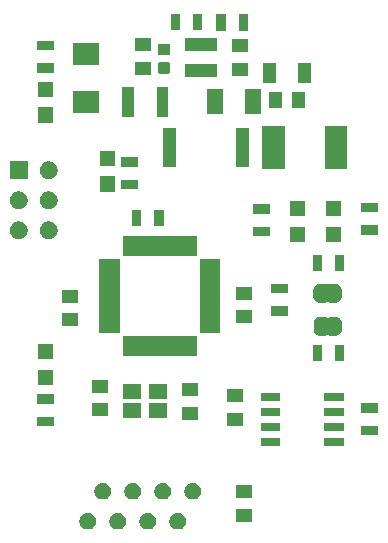
<source format=gbr>
G04 #@! TF.GenerationSoftware,KiCad,Pcbnew,5.1.4*
G04 #@! TF.CreationDate,2019-11-21T14:31:12-05:00*
G04 #@! TF.ProjectId,wheel_speed,77686565-6c5f-4737-9065-65642e6b6963,rev?*
G04 #@! TF.SameCoordinates,Original*
G04 #@! TF.FileFunction,Soldermask,Top*
G04 #@! TF.FilePolarity,Negative*
%FSLAX46Y46*%
G04 Gerber Fmt 4.6, Leading zero omitted, Abs format (unit mm)*
G04 Created by KiCad (PCBNEW 5.1.4) date 2019-11-21 14:31:12*
%MOMM*%
%LPD*%
G04 APERTURE LIST*
%ADD10C,0.100000*%
G04 APERTURE END LIST*
D10*
G36*
X119584473Y-124801938D02*
G01*
X119712049Y-124854782D01*
X119826859Y-124931495D01*
X119924505Y-125029141D01*
X120001218Y-125143951D01*
X120054062Y-125271527D01*
X120081000Y-125406956D01*
X120081000Y-125545044D01*
X120054062Y-125680473D01*
X120001218Y-125808049D01*
X119924505Y-125922859D01*
X119826859Y-126020505D01*
X119712049Y-126097218D01*
X119584473Y-126150062D01*
X119449044Y-126177000D01*
X119310956Y-126177000D01*
X119175527Y-126150062D01*
X119047951Y-126097218D01*
X118933141Y-126020505D01*
X118835495Y-125922859D01*
X118758782Y-125808049D01*
X118705938Y-125680473D01*
X118679000Y-125545044D01*
X118679000Y-125406956D01*
X118705938Y-125271527D01*
X118758782Y-125143951D01*
X118835495Y-125029141D01*
X118933141Y-124931495D01*
X119047951Y-124854782D01*
X119175527Y-124801938D01*
X119310956Y-124775000D01*
X119449044Y-124775000D01*
X119584473Y-124801938D01*
X119584473Y-124801938D01*
G37*
G36*
X117044473Y-124801938D02*
G01*
X117172049Y-124854782D01*
X117286859Y-124931495D01*
X117384505Y-125029141D01*
X117461218Y-125143951D01*
X117514062Y-125271527D01*
X117541000Y-125406956D01*
X117541000Y-125545044D01*
X117514062Y-125680473D01*
X117461218Y-125808049D01*
X117384505Y-125922859D01*
X117286859Y-126020505D01*
X117172049Y-126097218D01*
X117044473Y-126150062D01*
X116909044Y-126177000D01*
X116770956Y-126177000D01*
X116635527Y-126150062D01*
X116507951Y-126097218D01*
X116393141Y-126020505D01*
X116295495Y-125922859D01*
X116218782Y-125808049D01*
X116165938Y-125680473D01*
X116139000Y-125545044D01*
X116139000Y-125406956D01*
X116165938Y-125271527D01*
X116218782Y-125143951D01*
X116295495Y-125029141D01*
X116393141Y-124931495D01*
X116507951Y-124854782D01*
X116635527Y-124801938D01*
X116770956Y-124775000D01*
X116909044Y-124775000D01*
X117044473Y-124801938D01*
X117044473Y-124801938D01*
G37*
G36*
X114504473Y-124801938D02*
G01*
X114632049Y-124854782D01*
X114746859Y-124931495D01*
X114844505Y-125029141D01*
X114921218Y-125143951D01*
X114974062Y-125271527D01*
X115001000Y-125406956D01*
X115001000Y-125545044D01*
X114974062Y-125680473D01*
X114921218Y-125808049D01*
X114844505Y-125922859D01*
X114746859Y-126020505D01*
X114632049Y-126097218D01*
X114504473Y-126150062D01*
X114369044Y-126177000D01*
X114230956Y-126177000D01*
X114095527Y-126150062D01*
X113967951Y-126097218D01*
X113853141Y-126020505D01*
X113755495Y-125922859D01*
X113678782Y-125808049D01*
X113625938Y-125680473D01*
X113599000Y-125545044D01*
X113599000Y-125406956D01*
X113625938Y-125271527D01*
X113678782Y-125143951D01*
X113755495Y-125029141D01*
X113853141Y-124931495D01*
X113967951Y-124854782D01*
X114095527Y-124801938D01*
X114230956Y-124775000D01*
X114369044Y-124775000D01*
X114504473Y-124801938D01*
X114504473Y-124801938D01*
G37*
G36*
X111964473Y-124801938D02*
G01*
X112092049Y-124854782D01*
X112206859Y-124931495D01*
X112304505Y-125029141D01*
X112381218Y-125143951D01*
X112434062Y-125271527D01*
X112461000Y-125406956D01*
X112461000Y-125545044D01*
X112434062Y-125680473D01*
X112381218Y-125808049D01*
X112304505Y-125922859D01*
X112206859Y-126020505D01*
X112092049Y-126097218D01*
X111964473Y-126150062D01*
X111829044Y-126177000D01*
X111690956Y-126177000D01*
X111555527Y-126150062D01*
X111427951Y-126097218D01*
X111313141Y-126020505D01*
X111215495Y-125922859D01*
X111138782Y-125808049D01*
X111085938Y-125680473D01*
X111059000Y-125545044D01*
X111059000Y-125406956D01*
X111085938Y-125271527D01*
X111138782Y-125143951D01*
X111215495Y-125029141D01*
X111313141Y-124931495D01*
X111427951Y-124854782D01*
X111555527Y-124801938D01*
X111690956Y-124775000D01*
X111829044Y-124775000D01*
X111964473Y-124801938D01*
X111964473Y-124801938D01*
G37*
G36*
X125644000Y-125503000D02*
G01*
X124292000Y-125503000D01*
X124292000Y-124401000D01*
X125644000Y-124401000D01*
X125644000Y-125503000D01*
X125644000Y-125503000D01*
G37*
G36*
X118314473Y-122261938D02*
G01*
X118442049Y-122314782D01*
X118556859Y-122391495D01*
X118654505Y-122489141D01*
X118731218Y-122603951D01*
X118784062Y-122731527D01*
X118811000Y-122866956D01*
X118811000Y-123005044D01*
X118784062Y-123140473D01*
X118731218Y-123268049D01*
X118654505Y-123382859D01*
X118556859Y-123480505D01*
X118442049Y-123557218D01*
X118314473Y-123610062D01*
X118179044Y-123637000D01*
X118040956Y-123637000D01*
X117905527Y-123610062D01*
X117777951Y-123557218D01*
X117663141Y-123480505D01*
X117565495Y-123382859D01*
X117488782Y-123268049D01*
X117435938Y-123140473D01*
X117409000Y-123005044D01*
X117409000Y-122866956D01*
X117435938Y-122731527D01*
X117488782Y-122603951D01*
X117565495Y-122489141D01*
X117663141Y-122391495D01*
X117777951Y-122314782D01*
X117905527Y-122261938D01*
X118040956Y-122235000D01*
X118179044Y-122235000D01*
X118314473Y-122261938D01*
X118314473Y-122261938D01*
G37*
G36*
X115774473Y-122261938D02*
G01*
X115902049Y-122314782D01*
X116016859Y-122391495D01*
X116114505Y-122489141D01*
X116191218Y-122603951D01*
X116244062Y-122731527D01*
X116271000Y-122866956D01*
X116271000Y-123005044D01*
X116244062Y-123140473D01*
X116191218Y-123268049D01*
X116114505Y-123382859D01*
X116016859Y-123480505D01*
X115902049Y-123557218D01*
X115774473Y-123610062D01*
X115639044Y-123637000D01*
X115500956Y-123637000D01*
X115365527Y-123610062D01*
X115237951Y-123557218D01*
X115123141Y-123480505D01*
X115025495Y-123382859D01*
X114948782Y-123268049D01*
X114895938Y-123140473D01*
X114869000Y-123005044D01*
X114869000Y-122866956D01*
X114895938Y-122731527D01*
X114948782Y-122603951D01*
X115025495Y-122489141D01*
X115123141Y-122391495D01*
X115237951Y-122314782D01*
X115365527Y-122261938D01*
X115500956Y-122235000D01*
X115639044Y-122235000D01*
X115774473Y-122261938D01*
X115774473Y-122261938D01*
G37*
G36*
X113234473Y-122261938D02*
G01*
X113362049Y-122314782D01*
X113476859Y-122391495D01*
X113574505Y-122489141D01*
X113651218Y-122603951D01*
X113704062Y-122731527D01*
X113731000Y-122866956D01*
X113731000Y-123005044D01*
X113704062Y-123140473D01*
X113651218Y-123268049D01*
X113574505Y-123382859D01*
X113476859Y-123480505D01*
X113362049Y-123557218D01*
X113234473Y-123610062D01*
X113099044Y-123637000D01*
X112960956Y-123637000D01*
X112825527Y-123610062D01*
X112697951Y-123557218D01*
X112583141Y-123480505D01*
X112485495Y-123382859D01*
X112408782Y-123268049D01*
X112355938Y-123140473D01*
X112329000Y-123005044D01*
X112329000Y-122866956D01*
X112355938Y-122731527D01*
X112408782Y-122603951D01*
X112485495Y-122489141D01*
X112583141Y-122391495D01*
X112697951Y-122314782D01*
X112825527Y-122261938D01*
X112960956Y-122235000D01*
X113099044Y-122235000D01*
X113234473Y-122261938D01*
X113234473Y-122261938D01*
G37*
G36*
X120854473Y-122261938D02*
G01*
X120982049Y-122314782D01*
X121096859Y-122391495D01*
X121194505Y-122489141D01*
X121271218Y-122603951D01*
X121324062Y-122731527D01*
X121351000Y-122866956D01*
X121351000Y-123005044D01*
X121324062Y-123140473D01*
X121271218Y-123268049D01*
X121194505Y-123382859D01*
X121096859Y-123480505D01*
X120982049Y-123557218D01*
X120854473Y-123610062D01*
X120719044Y-123637000D01*
X120580956Y-123637000D01*
X120445527Y-123610062D01*
X120317951Y-123557218D01*
X120203141Y-123480505D01*
X120105495Y-123382859D01*
X120028782Y-123268049D01*
X119975938Y-123140473D01*
X119949000Y-123005044D01*
X119949000Y-122866956D01*
X119975938Y-122731527D01*
X120028782Y-122603951D01*
X120105495Y-122489141D01*
X120203141Y-122391495D01*
X120317951Y-122314782D01*
X120445527Y-122261938D01*
X120580956Y-122235000D01*
X120719044Y-122235000D01*
X120854473Y-122261938D01*
X120854473Y-122261938D01*
G37*
G36*
X125644000Y-123503000D02*
G01*
X124292000Y-123503000D01*
X124292000Y-122401000D01*
X125644000Y-122401000D01*
X125644000Y-123503000D01*
X125644000Y-123503000D01*
G37*
G36*
X133447000Y-119096000D02*
G01*
X131795000Y-119096000D01*
X131795000Y-118394000D01*
X133447000Y-118394000D01*
X133447000Y-119096000D01*
X133447000Y-119096000D01*
G37*
G36*
X128047000Y-119096000D02*
G01*
X126395000Y-119096000D01*
X126395000Y-118394000D01*
X128047000Y-118394000D01*
X128047000Y-119096000D01*
X128047000Y-119096000D01*
G37*
G36*
X136337000Y-118191000D02*
G01*
X134935000Y-118191000D01*
X134935000Y-117389000D01*
X136337000Y-117389000D01*
X136337000Y-118191000D01*
X136337000Y-118191000D01*
G37*
G36*
X133447000Y-117826000D02*
G01*
X131795000Y-117826000D01*
X131795000Y-117124000D01*
X133447000Y-117124000D01*
X133447000Y-117826000D01*
X133447000Y-117826000D01*
G37*
G36*
X128047000Y-117826000D02*
G01*
X126395000Y-117826000D01*
X126395000Y-117124000D01*
X128047000Y-117124000D01*
X128047000Y-117826000D01*
X128047000Y-117826000D01*
G37*
G36*
X108905000Y-117429000D02*
G01*
X107503000Y-117429000D01*
X107503000Y-116627000D01*
X108905000Y-116627000D01*
X108905000Y-117429000D01*
X108905000Y-117429000D01*
G37*
G36*
X124882000Y-117391000D02*
G01*
X123530000Y-117391000D01*
X123530000Y-116289000D01*
X124882000Y-116289000D01*
X124882000Y-117391000D01*
X124882000Y-117391000D01*
G37*
G36*
X121072000Y-116867000D02*
G01*
X119720000Y-116867000D01*
X119720000Y-115765000D01*
X121072000Y-115765000D01*
X121072000Y-116867000D01*
X121072000Y-116867000D01*
G37*
G36*
X118437000Y-116767000D02*
G01*
X116935000Y-116767000D01*
X116935000Y-115465000D01*
X118437000Y-115465000D01*
X118437000Y-116767000D01*
X118437000Y-116767000D01*
G37*
G36*
X116237000Y-116767000D02*
G01*
X114735000Y-116767000D01*
X114735000Y-115465000D01*
X116237000Y-115465000D01*
X116237000Y-116767000D01*
X116237000Y-116767000D01*
G37*
G36*
X113452000Y-116597000D02*
G01*
X112100000Y-116597000D01*
X112100000Y-115495000D01*
X113452000Y-115495000D01*
X113452000Y-116597000D01*
X113452000Y-116597000D01*
G37*
G36*
X133447000Y-116556000D02*
G01*
X131795000Y-116556000D01*
X131795000Y-115854000D01*
X133447000Y-115854000D01*
X133447000Y-116556000D01*
X133447000Y-116556000D01*
G37*
G36*
X128047000Y-116556000D02*
G01*
X126395000Y-116556000D01*
X126395000Y-115854000D01*
X128047000Y-115854000D01*
X128047000Y-116556000D01*
X128047000Y-116556000D01*
G37*
G36*
X136337000Y-116291000D02*
G01*
X134935000Y-116291000D01*
X134935000Y-115489000D01*
X136337000Y-115489000D01*
X136337000Y-116291000D01*
X136337000Y-116291000D01*
G37*
G36*
X108905000Y-115529000D02*
G01*
X107503000Y-115529000D01*
X107503000Y-114727000D01*
X108905000Y-114727000D01*
X108905000Y-115529000D01*
X108905000Y-115529000D01*
G37*
G36*
X124882000Y-115391000D02*
G01*
X123530000Y-115391000D01*
X123530000Y-114289000D01*
X124882000Y-114289000D01*
X124882000Y-115391000D01*
X124882000Y-115391000D01*
G37*
G36*
X128047000Y-115286000D02*
G01*
X126395000Y-115286000D01*
X126395000Y-114584000D01*
X128047000Y-114584000D01*
X128047000Y-115286000D01*
X128047000Y-115286000D01*
G37*
G36*
X133447000Y-115286000D02*
G01*
X131795000Y-115286000D01*
X131795000Y-114584000D01*
X133447000Y-114584000D01*
X133447000Y-115286000D01*
X133447000Y-115286000D01*
G37*
G36*
X118437000Y-115167000D02*
G01*
X116935000Y-115167000D01*
X116935000Y-113865000D01*
X118437000Y-113865000D01*
X118437000Y-115167000D01*
X118437000Y-115167000D01*
G37*
G36*
X116237000Y-115167000D02*
G01*
X114735000Y-115167000D01*
X114735000Y-113865000D01*
X116237000Y-113865000D01*
X116237000Y-115167000D01*
X116237000Y-115167000D01*
G37*
G36*
X121072000Y-114867000D02*
G01*
X119720000Y-114867000D01*
X119720000Y-113765000D01*
X121072000Y-113765000D01*
X121072000Y-114867000D01*
X121072000Y-114867000D01*
G37*
G36*
X113452000Y-114597000D02*
G01*
X112100000Y-114597000D01*
X112100000Y-113495000D01*
X113452000Y-113495000D01*
X113452000Y-114597000D01*
X113452000Y-114597000D01*
G37*
G36*
X108855000Y-113935000D02*
G01*
X107553000Y-113935000D01*
X107553000Y-112633000D01*
X108855000Y-112633000D01*
X108855000Y-113935000D01*
X108855000Y-113935000D01*
G37*
G36*
X131597000Y-111953000D02*
G01*
X130795000Y-111953000D01*
X130795000Y-110551000D01*
X131597000Y-110551000D01*
X131597000Y-111953000D01*
X131597000Y-111953000D01*
G37*
G36*
X133497000Y-111953000D02*
G01*
X132695000Y-111953000D01*
X132695000Y-110551000D01*
X133497000Y-110551000D01*
X133497000Y-111953000D01*
X133497000Y-111953000D01*
G37*
G36*
X108855000Y-111735000D02*
G01*
X107553000Y-111735000D01*
X107553000Y-110433000D01*
X108855000Y-110433000D01*
X108855000Y-111735000D01*
X108855000Y-111735000D01*
G37*
G36*
X120982000Y-111527000D02*
G01*
X114730000Y-111527000D01*
X114730000Y-109825000D01*
X120982000Y-109825000D01*
X120982000Y-111527000D01*
X120982000Y-111527000D01*
G37*
G36*
X131939999Y-108165737D02*
G01*
X131949608Y-108168652D01*
X131958472Y-108173390D01*
X131966237Y-108179763D01*
X131976448Y-108192206D01*
X131983378Y-108202575D01*
X132000705Y-108219902D01*
X132021080Y-108233515D01*
X132043720Y-108242891D01*
X132067753Y-108247671D01*
X132092257Y-108247670D01*
X132116290Y-108242888D01*
X132138929Y-108233510D01*
X132159302Y-108219895D01*
X132176629Y-108202568D01*
X132183558Y-108192198D01*
X132193763Y-108179763D01*
X132201528Y-108173390D01*
X132210392Y-108168652D01*
X132220001Y-108165737D01*
X132236140Y-108164148D01*
X132723861Y-108164148D01*
X132742199Y-108165954D01*
X132754450Y-108166556D01*
X132772869Y-108166556D01*
X132795149Y-108168750D01*
X132879233Y-108185476D01*
X132900660Y-108191976D01*
X132979858Y-108224780D01*
X132985303Y-108227691D01*
X132985309Y-108227693D01*
X132994169Y-108232429D01*
X132994173Y-108232432D01*
X132999614Y-108235340D01*
X133070899Y-108282971D01*
X133088204Y-108297172D01*
X133148828Y-108357796D01*
X133163029Y-108375101D01*
X133210660Y-108446386D01*
X133213568Y-108451827D01*
X133213571Y-108451831D01*
X133218307Y-108460691D01*
X133218309Y-108460697D01*
X133221220Y-108466142D01*
X133254024Y-108545340D01*
X133260524Y-108566767D01*
X133277250Y-108650851D01*
X133279444Y-108673131D01*
X133279444Y-108691550D01*
X133280046Y-108703801D01*
X133281852Y-108722139D01*
X133281852Y-109209862D01*
X133280046Y-109228199D01*
X133279444Y-109240450D01*
X133279444Y-109258869D01*
X133277250Y-109281149D01*
X133260524Y-109365233D01*
X133254024Y-109386660D01*
X133221220Y-109465858D01*
X133218309Y-109471303D01*
X133218307Y-109471309D01*
X133213571Y-109480169D01*
X133213568Y-109480173D01*
X133210660Y-109485614D01*
X133163029Y-109556899D01*
X133148828Y-109574204D01*
X133088204Y-109634828D01*
X133070899Y-109649029D01*
X132999614Y-109696660D01*
X132994173Y-109699568D01*
X132994169Y-109699571D01*
X132985309Y-109704307D01*
X132985303Y-109704309D01*
X132979858Y-109707220D01*
X132900660Y-109740024D01*
X132879233Y-109746524D01*
X132795149Y-109763250D01*
X132772869Y-109765444D01*
X132754450Y-109765444D01*
X132742199Y-109766046D01*
X132723862Y-109767852D01*
X132236140Y-109767852D01*
X132220001Y-109766263D01*
X132210392Y-109763348D01*
X132201528Y-109758610D01*
X132193763Y-109752237D01*
X132183552Y-109739794D01*
X132176622Y-109729425D01*
X132159295Y-109712098D01*
X132138920Y-109698485D01*
X132116280Y-109689109D01*
X132092247Y-109684329D01*
X132067743Y-109684330D01*
X132043710Y-109689112D01*
X132021071Y-109698490D01*
X132000698Y-109712105D01*
X131983371Y-109729432D01*
X131976442Y-109739802D01*
X131966237Y-109752237D01*
X131958472Y-109758610D01*
X131949608Y-109763348D01*
X131939999Y-109766263D01*
X131923860Y-109767852D01*
X131436138Y-109767852D01*
X131417801Y-109766046D01*
X131405550Y-109765444D01*
X131387131Y-109765444D01*
X131364851Y-109763250D01*
X131280767Y-109746524D01*
X131259340Y-109740024D01*
X131180142Y-109707220D01*
X131174697Y-109704309D01*
X131174691Y-109704307D01*
X131165831Y-109699571D01*
X131165827Y-109699568D01*
X131160386Y-109696660D01*
X131089101Y-109649029D01*
X131071796Y-109634828D01*
X131011172Y-109574204D01*
X130996971Y-109556899D01*
X130949340Y-109485614D01*
X130946432Y-109480173D01*
X130946429Y-109480169D01*
X130941693Y-109471309D01*
X130941691Y-109471303D01*
X130938780Y-109465858D01*
X130905976Y-109386660D01*
X130899476Y-109365233D01*
X130882750Y-109281149D01*
X130880556Y-109258869D01*
X130880556Y-109240450D01*
X130879954Y-109228199D01*
X130878148Y-109209862D01*
X130878148Y-108722139D01*
X130879954Y-108703801D01*
X130880556Y-108691550D01*
X130880556Y-108673131D01*
X130882750Y-108650851D01*
X130899476Y-108566767D01*
X130905976Y-108545340D01*
X130938780Y-108466142D01*
X130941691Y-108460697D01*
X130941693Y-108460691D01*
X130946429Y-108451831D01*
X130946432Y-108451827D01*
X130949340Y-108446386D01*
X130996971Y-108375101D01*
X131011172Y-108357796D01*
X131071796Y-108297172D01*
X131089101Y-108282971D01*
X131160386Y-108235340D01*
X131165827Y-108232432D01*
X131165831Y-108232429D01*
X131174691Y-108227693D01*
X131174697Y-108227691D01*
X131180142Y-108224780D01*
X131259340Y-108191976D01*
X131280767Y-108185476D01*
X131364851Y-108168750D01*
X131387131Y-108166556D01*
X131405550Y-108166556D01*
X131417801Y-108165954D01*
X131436139Y-108164148D01*
X131923860Y-108164148D01*
X131939999Y-108165737D01*
X131939999Y-108165737D01*
G37*
G36*
X114457000Y-109552000D02*
G01*
X112755000Y-109552000D01*
X112755000Y-103300000D01*
X114457000Y-103300000D01*
X114457000Y-109552000D01*
X114457000Y-109552000D01*
G37*
G36*
X122957000Y-109552000D02*
G01*
X121255000Y-109552000D01*
X121255000Y-103300000D01*
X122957000Y-103300000D01*
X122957000Y-109552000D01*
X122957000Y-109552000D01*
G37*
G36*
X110912000Y-108977000D02*
G01*
X109560000Y-108977000D01*
X109560000Y-107875000D01*
X110912000Y-107875000D01*
X110912000Y-108977000D01*
X110912000Y-108977000D01*
G37*
G36*
X125644000Y-108723000D02*
G01*
X124292000Y-108723000D01*
X124292000Y-107621000D01*
X125644000Y-107621000D01*
X125644000Y-108723000D01*
X125644000Y-108723000D01*
G37*
G36*
X128717000Y-108097000D02*
G01*
X127315000Y-108097000D01*
X127315000Y-107295000D01*
X128717000Y-107295000D01*
X128717000Y-108097000D01*
X128717000Y-108097000D01*
G37*
G36*
X110912000Y-106977000D02*
G01*
X109560000Y-106977000D01*
X109560000Y-105875000D01*
X110912000Y-105875000D01*
X110912000Y-106977000D01*
X110912000Y-106977000D01*
G37*
G36*
X131924999Y-105371737D02*
G01*
X131934608Y-105374652D01*
X131943472Y-105379390D01*
X131951237Y-105385763D01*
X131961448Y-105398206D01*
X131968378Y-105408575D01*
X131985705Y-105425902D01*
X132006080Y-105439515D01*
X132028720Y-105448891D01*
X132052753Y-105453671D01*
X132077257Y-105453670D01*
X132101290Y-105448888D01*
X132123929Y-105439510D01*
X132144302Y-105425895D01*
X132161629Y-105408568D01*
X132168558Y-105398198D01*
X132178763Y-105385763D01*
X132186528Y-105379390D01*
X132195392Y-105374652D01*
X132205001Y-105371737D01*
X132221140Y-105370148D01*
X132708861Y-105370148D01*
X132727199Y-105371954D01*
X132739450Y-105372556D01*
X132757869Y-105372556D01*
X132780149Y-105374750D01*
X132864233Y-105391476D01*
X132885660Y-105397976D01*
X132964858Y-105430780D01*
X132970303Y-105433691D01*
X132970309Y-105433693D01*
X132979169Y-105438429D01*
X132979173Y-105438432D01*
X132984614Y-105441340D01*
X133055899Y-105488971D01*
X133073204Y-105503172D01*
X133133828Y-105563796D01*
X133148029Y-105581101D01*
X133195660Y-105652386D01*
X133198568Y-105657827D01*
X133198571Y-105657831D01*
X133203307Y-105666691D01*
X133203309Y-105666697D01*
X133206220Y-105672142D01*
X133239024Y-105751340D01*
X133245524Y-105772767D01*
X133262250Y-105856851D01*
X133264444Y-105879131D01*
X133264444Y-105897550D01*
X133265046Y-105909801D01*
X133266852Y-105928139D01*
X133266852Y-106415862D01*
X133265046Y-106434199D01*
X133264444Y-106446450D01*
X133264444Y-106464869D01*
X133262250Y-106487149D01*
X133245524Y-106571233D01*
X133239024Y-106592660D01*
X133206220Y-106671858D01*
X133203309Y-106677303D01*
X133203307Y-106677309D01*
X133198571Y-106686169D01*
X133198568Y-106686173D01*
X133195660Y-106691614D01*
X133148029Y-106762899D01*
X133133828Y-106780204D01*
X133073204Y-106840828D01*
X133055899Y-106855029D01*
X132984614Y-106902660D01*
X132979173Y-106905568D01*
X132979169Y-106905571D01*
X132970309Y-106910307D01*
X132970303Y-106910309D01*
X132964858Y-106913220D01*
X132885660Y-106946024D01*
X132864233Y-106952524D01*
X132780149Y-106969250D01*
X132757869Y-106971444D01*
X132739450Y-106971444D01*
X132727199Y-106972046D01*
X132708862Y-106973852D01*
X132221140Y-106973852D01*
X132205001Y-106972263D01*
X132195392Y-106969348D01*
X132186528Y-106964610D01*
X132178763Y-106958237D01*
X132168552Y-106945794D01*
X132161622Y-106935425D01*
X132144295Y-106918098D01*
X132123920Y-106904485D01*
X132101280Y-106895109D01*
X132077247Y-106890329D01*
X132052743Y-106890330D01*
X132028710Y-106895112D01*
X132006071Y-106904490D01*
X131985698Y-106918105D01*
X131968371Y-106935432D01*
X131961442Y-106945802D01*
X131951237Y-106958237D01*
X131943472Y-106964610D01*
X131934608Y-106969348D01*
X131924999Y-106972263D01*
X131908860Y-106973852D01*
X131421138Y-106973852D01*
X131402801Y-106972046D01*
X131390550Y-106971444D01*
X131372131Y-106971444D01*
X131349851Y-106969250D01*
X131265767Y-106952524D01*
X131244340Y-106946024D01*
X131165142Y-106913220D01*
X131159697Y-106910309D01*
X131159691Y-106910307D01*
X131150831Y-106905571D01*
X131150827Y-106905568D01*
X131145386Y-106902660D01*
X131074101Y-106855029D01*
X131056796Y-106840828D01*
X130996172Y-106780204D01*
X130981971Y-106762899D01*
X130934340Y-106691614D01*
X130931432Y-106686173D01*
X130931429Y-106686169D01*
X130926693Y-106677309D01*
X130926691Y-106677303D01*
X130923780Y-106671858D01*
X130890976Y-106592660D01*
X130884476Y-106571233D01*
X130867750Y-106487149D01*
X130865556Y-106464869D01*
X130865556Y-106446450D01*
X130864954Y-106434199D01*
X130863148Y-106415862D01*
X130863148Y-105928139D01*
X130864954Y-105909801D01*
X130865556Y-105897550D01*
X130865556Y-105879131D01*
X130867750Y-105856851D01*
X130884476Y-105772767D01*
X130890976Y-105751340D01*
X130923780Y-105672142D01*
X130926691Y-105666697D01*
X130926693Y-105666691D01*
X130931429Y-105657831D01*
X130931432Y-105657827D01*
X130934340Y-105652386D01*
X130981971Y-105581101D01*
X130996172Y-105563796D01*
X131056796Y-105503172D01*
X131074101Y-105488971D01*
X131145386Y-105441340D01*
X131150827Y-105438432D01*
X131150831Y-105438429D01*
X131159691Y-105433693D01*
X131159697Y-105433691D01*
X131165142Y-105430780D01*
X131244340Y-105397976D01*
X131265767Y-105391476D01*
X131349851Y-105374750D01*
X131372131Y-105372556D01*
X131390550Y-105372556D01*
X131402801Y-105371954D01*
X131421139Y-105370148D01*
X131908860Y-105370148D01*
X131924999Y-105371737D01*
X131924999Y-105371737D01*
G37*
G36*
X125644000Y-106723000D02*
G01*
X124292000Y-106723000D01*
X124292000Y-105621000D01*
X125644000Y-105621000D01*
X125644000Y-106723000D01*
X125644000Y-106723000D01*
G37*
G36*
X128717000Y-106197000D02*
G01*
X127315000Y-106197000D01*
X127315000Y-105395000D01*
X128717000Y-105395000D01*
X128717000Y-106197000D01*
X128717000Y-106197000D01*
G37*
G36*
X133497000Y-104333000D02*
G01*
X132695000Y-104333000D01*
X132695000Y-102931000D01*
X133497000Y-102931000D01*
X133497000Y-104333000D01*
X133497000Y-104333000D01*
G37*
G36*
X131597000Y-104333000D02*
G01*
X130795000Y-104333000D01*
X130795000Y-102931000D01*
X131597000Y-102931000D01*
X131597000Y-104333000D01*
X131597000Y-104333000D01*
G37*
G36*
X120982000Y-103027000D02*
G01*
X114730000Y-103027000D01*
X114730000Y-101325000D01*
X120982000Y-101325000D01*
X120982000Y-103027000D01*
X120982000Y-103027000D01*
G37*
G36*
X130191000Y-101827000D02*
G01*
X128889000Y-101827000D01*
X128889000Y-100525000D01*
X130191000Y-100525000D01*
X130191000Y-101827000D01*
X130191000Y-101827000D01*
G37*
G36*
X133239000Y-101827000D02*
G01*
X131937000Y-101827000D01*
X131937000Y-100525000D01*
X133239000Y-100525000D01*
X133239000Y-101827000D01*
X133239000Y-101827000D01*
G37*
G36*
X106137059Y-100115860D02*
G01*
X106273732Y-100172472D01*
X106396735Y-100254660D01*
X106501340Y-100359265D01*
X106583528Y-100482268D01*
X106640140Y-100618941D01*
X106669000Y-100764033D01*
X106669000Y-100911967D01*
X106640140Y-101057059D01*
X106583528Y-101193732D01*
X106501340Y-101316735D01*
X106396735Y-101421340D01*
X106273732Y-101503528D01*
X106273731Y-101503529D01*
X106273730Y-101503529D01*
X106137059Y-101560140D01*
X105991968Y-101589000D01*
X105844032Y-101589000D01*
X105698941Y-101560140D01*
X105562270Y-101503529D01*
X105562269Y-101503529D01*
X105562268Y-101503528D01*
X105439265Y-101421340D01*
X105334660Y-101316735D01*
X105252472Y-101193732D01*
X105195860Y-101057059D01*
X105167000Y-100911967D01*
X105167000Y-100764033D01*
X105195860Y-100618941D01*
X105252472Y-100482268D01*
X105334660Y-100359265D01*
X105439265Y-100254660D01*
X105562268Y-100172472D01*
X105698941Y-100115860D01*
X105844032Y-100087000D01*
X105991968Y-100087000D01*
X106137059Y-100115860D01*
X106137059Y-100115860D01*
G37*
G36*
X108677059Y-100115860D02*
G01*
X108813732Y-100172472D01*
X108936735Y-100254660D01*
X109041340Y-100359265D01*
X109123528Y-100482268D01*
X109180140Y-100618941D01*
X109209000Y-100764033D01*
X109209000Y-100911967D01*
X109180140Y-101057059D01*
X109123528Y-101193732D01*
X109041340Y-101316735D01*
X108936735Y-101421340D01*
X108813732Y-101503528D01*
X108813731Y-101503529D01*
X108813730Y-101503529D01*
X108677059Y-101560140D01*
X108531968Y-101589000D01*
X108384032Y-101589000D01*
X108238941Y-101560140D01*
X108102270Y-101503529D01*
X108102269Y-101503529D01*
X108102268Y-101503528D01*
X107979265Y-101421340D01*
X107874660Y-101316735D01*
X107792472Y-101193732D01*
X107735860Y-101057059D01*
X107707000Y-100911967D01*
X107707000Y-100764033D01*
X107735860Y-100618941D01*
X107792472Y-100482268D01*
X107874660Y-100359265D01*
X107979265Y-100254660D01*
X108102268Y-100172472D01*
X108238941Y-100115860D01*
X108384032Y-100087000D01*
X108531968Y-100087000D01*
X108677059Y-100115860D01*
X108677059Y-100115860D01*
G37*
G36*
X127193000Y-101361000D02*
G01*
X125791000Y-101361000D01*
X125791000Y-100559000D01*
X127193000Y-100559000D01*
X127193000Y-101361000D01*
X127193000Y-101361000D01*
G37*
G36*
X136337000Y-101239000D02*
G01*
X134935000Y-101239000D01*
X134935000Y-100437000D01*
X136337000Y-100437000D01*
X136337000Y-101239000D01*
X136337000Y-101239000D01*
G37*
G36*
X118191000Y-100523000D02*
G01*
X117389000Y-100523000D01*
X117389000Y-99121000D01*
X118191000Y-99121000D01*
X118191000Y-100523000D01*
X118191000Y-100523000D01*
G37*
G36*
X116291000Y-100523000D02*
G01*
X115489000Y-100523000D01*
X115489000Y-99121000D01*
X116291000Y-99121000D01*
X116291000Y-100523000D01*
X116291000Y-100523000D01*
G37*
G36*
X130191000Y-99627000D02*
G01*
X128889000Y-99627000D01*
X128889000Y-98325000D01*
X130191000Y-98325000D01*
X130191000Y-99627000D01*
X130191000Y-99627000D01*
G37*
G36*
X133239000Y-99627000D02*
G01*
X131937000Y-99627000D01*
X131937000Y-98325000D01*
X133239000Y-98325000D01*
X133239000Y-99627000D01*
X133239000Y-99627000D01*
G37*
G36*
X127193000Y-99461000D02*
G01*
X125791000Y-99461000D01*
X125791000Y-98659000D01*
X127193000Y-98659000D01*
X127193000Y-99461000D01*
X127193000Y-99461000D01*
G37*
G36*
X136337000Y-99339000D02*
G01*
X134935000Y-99339000D01*
X134935000Y-98537000D01*
X136337000Y-98537000D01*
X136337000Y-99339000D01*
X136337000Y-99339000D01*
G37*
G36*
X108677059Y-97575860D02*
G01*
X108718439Y-97593000D01*
X108813732Y-97632472D01*
X108936735Y-97714660D01*
X109041340Y-97819265D01*
X109123528Y-97942268D01*
X109180140Y-98078941D01*
X109209000Y-98224033D01*
X109209000Y-98371967D01*
X109180140Y-98517059D01*
X109123528Y-98653732D01*
X109041340Y-98776735D01*
X108936735Y-98881340D01*
X108813732Y-98963528D01*
X108813731Y-98963529D01*
X108813730Y-98963529D01*
X108677059Y-99020140D01*
X108531968Y-99049000D01*
X108384032Y-99049000D01*
X108238941Y-99020140D01*
X108102270Y-98963529D01*
X108102269Y-98963529D01*
X108102268Y-98963528D01*
X107979265Y-98881340D01*
X107874660Y-98776735D01*
X107792472Y-98653732D01*
X107735860Y-98517059D01*
X107707000Y-98371967D01*
X107707000Y-98224033D01*
X107735860Y-98078941D01*
X107792472Y-97942268D01*
X107874660Y-97819265D01*
X107979265Y-97714660D01*
X108102268Y-97632472D01*
X108197562Y-97593000D01*
X108238941Y-97575860D01*
X108384032Y-97547000D01*
X108531968Y-97547000D01*
X108677059Y-97575860D01*
X108677059Y-97575860D01*
G37*
G36*
X106137059Y-97575860D02*
G01*
X106178439Y-97593000D01*
X106273732Y-97632472D01*
X106396735Y-97714660D01*
X106501340Y-97819265D01*
X106583528Y-97942268D01*
X106640140Y-98078941D01*
X106669000Y-98224033D01*
X106669000Y-98371967D01*
X106640140Y-98517059D01*
X106583528Y-98653732D01*
X106501340Y-98776735D01*
X106396735Y-98881340D01*
X106273732Y-98963528D01*
X106273731Y-98963529D01*
X106273730Y-98963529D01*
X106137059Y-99020140D01*
X105991968Y-99049000D01*
X105844032Y-99049000D01*
X105698941Y-99020140D01*
X105562270Y-98963529D01*
X105562269Y-98963529D01*
X105562268Y-98963528D01*
X105439265Y-98881340D01*
X105334660Y-98776735D01*
X105252472Y-98653732D01*
X105195860Y-98517059D01*
X105167000Y-98371967D01*
X105167000Y-98224033D01*
X105195860Y-98078941D01*
X105252472Y-97942268D01*
X105334660Y-97819265D01*
X105439265Y-97714660D01*
X105562268Y-97632472D01*
X105657562Y-97593000D01*
X105698941Y-97575860D01*
X105844032Y-97547000D01*
X105991968Y-97547000D01*
X106137059Y-97575860D01*
X106137059Y-97575860D01*
G37*
G36*
X114062000Y-97593000D02*
G01*
X112760000Y-97593000D01*
X112760000Y-96291000D01*
X114062000Y-96291000D01*
X114062000Y-97593000D01*
X114062000Y-97593000D01*
G37*
G36*
X116017000Y-97363000D02*
G01*
X114615000Y-97363000D01*
X114615000Y-96561000D01*
X116017000Y-96561000D01*
X116017000Y-97363000D01*
X116017000Y-97363000D01*
G37*
G36*
X108677059Y-95035860D02*
G01*
X108813732Y-95092472D01*
X108936735Y-95174660D01*
X109041340Y-95279265D01*
X109123528Y-95402268D01*
X109180140Y-95538941D01*
X109209000Y-95684033D01*
X109209000Y-95831967D01*
X109180140Y-95977059D01*
X109123528Y-96113732D01*
X109041340Y-96236735D01*
X108936735Y-96341340D01*
X108813732Y-96423528D01*
X108813731Y-96423529D01*
X108813730Y-96423529D01*
X108677059Y-96480140D01*
X108531968Y-96509000D01*
X108384032Y-96509000D01*
X108238941Y-96480140D01*
X108102270Y-96423529D01*
X108102269Y-96423529D01*
X108102268Y-96423528D01*
X107979265Y-96341340D01*
X107874660Y-96236735D01*
X107792472Y-96113732D01*
X107735860Y-95977059D01*
X107707000Y-95831967D01*
X107707000Y-95684033D01*
X107735860Y-95538941D01*
X107792472Y-95402268D01*
X107874660Y-95279265D01*
X107979265Y-95174660D01*
X108102268Y-95092472D01*
X108238941Y-95035860D01*
X108384032Y-95007000D01*
X108531968Y-95007000D01*
X108677059Y-95035860D01*
X108677059Y-95035860D01*
G37*
G36*
X106669000Y-96509000D02*
G01*
X105167000Y-96509000D01*
X105167000Y-95007000D01*
X106669000Y-95007000D01*
X106669000Y-96509000D01*
X106669000Y-96509000D01*
G37*
G36*
X128436300Y-95654000D02*
G01*
X126554300Y-95654000D01*
X126554300Y-92052000D01*
X128436300Y-92052000D01*
X128436300Y-95654000D01*
X128436300Y-95654000D01*
G37*
G36*
X133716300Y-95654000D02*
G01*
X131834300Y-95654000D01*
X131834300Y-92052000D01*
X133716300Y-92052000D01*
X133716300Y-95654000D01*
X133716300Y-95654000D01*
G37*
G36*
X119245200Y-95509080D02*
G01*
X118143200Y-95509080D01*
X118143200Y-92207080D01*
X119245200Y-92207080D01*
X119245200Y-95509080D01*
X119245200Y-95509080D01*
G37*
G36*
X125445200Y-95509080D02*
G01*
X124343200Y-95509080D01*
X124343200Y-92207080D01*
X125445200Y-92207080D01*
X125445200Y-95509080D01*
X125445200Y-95509080D01*
G37*
G36*
X116017000Y-95463000D02*
G01*
X114615000Y-95463000D01*
X114615000Y-94661000D01*
X116017000Y-94661000D01*
X116017000Y-95463000D01*
X116017000Y-95463000D01*
G37*
G36*
X114062000Y-95393000D02*
G01*
X112760000Y-95393000D01*
X112760000Y-94091000D01*
X114062000Y-94091000D01*
X114062000Y-95393000D01*
X114062000Y-95393000D01*
G37*
G36*
X108855000Y-91751000D02*
G01*
X107553000Y-91751000D01*
X107553000Y-90449000D01*
X108855000Y-90449000D01*
X108855000Y-91751000D01*
X108855000Y-91751000D01*
G37*
G36*
X118587800Y-91280500D02*
G01*
X117585800Y-91280500D01*
X117585800Y-88678500D01*
X118587800Y-88678500D01*
X118587800Y-91280500D01*
X118587800Y-91280500D01*
G37*
G36*
X115687800Y-91280500D02*
G01*
X114685800Y-91280500D01*
X114685800Y-88678500D01*
X115687800Y-88678500D01*
X115687800Y-91280500D01*
X115687800Y-91280500D01*
G37*
G36*
X126393700Y-90969540D02*
G01*
X125091700Y-90969540D01*
X125091700Y-88867540D01*
X126393700Y-88867540D01*
X126393700Y-90969540D01*
X126393700Y-90969540D01*
G37*
G36*
X123193700Y-90969540D02*
G01*
X121891700Y-90969540D01*
X121891700Y-88867540D01*
X123193700Y-88867540D01*
X123193700Y-90969540D01*
X123193700Y-90969540D01*
G37*
G36*
X112750800Y-90919500D02*
G01*
X110489800Y-90919500D01*
X110489800Y-89039500D01*
X112750800Y-89039500D01*
X112750800Y-90919500D01*
X112750800Y-90919500D01*
G37*
G36*
X130189300Y-90528500D02*
G01*
X129087300Y-90528500D01*
X129087300Y-89176500D01*
X130189300Y-89176500D01*
X130189300Y-90528500D01*
X130189300Y-90528500D01*
G37*
G36*
X128189300Y-90528500D02*
G01*
X127087300Y-90528500D01*
X127087300Y-89176500D01*
X128189300Y-89176500D01*
X128189300Y-90528500D01*
X128189300Y-90528500D01*
G37*
G36*
X108855000Y-89551000D02*
G01*
X107553000Y-89551000D01*
X107553000Y-88249000D01*
X108855000Y-88249000D01*
X108855000Y-89551000D01*
X108855000Y-89551000D01*
G37*
G36*
X127665300Y-88354000D02*
G01*
X126563300Y-88354000D01*
X126563300Y-86652000D01*
X127665300Y-86652000D01*
X127665300Y-88354000D01*
X127665300Y-88354000D01*
G37*
G36*
X130665300Y-88354000D02*
G01*
X129563300Y-88354000D01*
X129563300Y-86652000D01*
X130665300Y-86652000D01*
X130665300Y-88354000D01*
X130665300Y-88354000D01*
G37*
G36*
X122669600Y-87898800D02*
G01*
X120017600Y-87898800D01*
X120017600Y-86736800D01*
X122669600Y-86736800D01*
X122669600Y-87898800D01*
X122669600Y-87898800D01*
G37*
G36*
X125313800Y-87784000D02*
G01*
X123961800Y-87784000D01*
X123961800Y-86682000D01*
X125313800Y-86682000D01*
X125313800Y-87784000D01*
X125313800Y-87784000D01*
G37*
G36*
X117094360Y-87673000D02*
G01*
X115742360Y-87673000D01*
X115742360Y-86571000D01*
X117094360Y-86571000D01*
X117094360Y-87673000D01*
X117094360Y-87673000D01*
G37*
G36*
X118603891Y-86615585D02*
G01*
X118637869Y-86625893D01*
X118669190Y-86642634D01*
X118696639Y-86665161D01*
X118719166Y-86692610D01*
X118735907Y-86723931D01*
X118746215Y-86757909D01*
X118750300Y-86799390D01*
X118750300Y-87400610D01*
X118746215Y-87442091D01*
X118735907Y-87476069D01*
X118719166Y-87507390D01*
X118696639Y-87534839D01*
X118669190Y-87557366D01*
X118637869Y-87574107D01*
X118603891Y-87584415D01*
X118562410Y-87588500D01*
X117886190Y-87588500D01*
X117844709Y-87584415D01*
X117810731Y-87574107D01*
X117779410Y-87557366D01*
X117751961Y-87534839D01*
X117729434Y-87507390D01*
X117712693Y-87476069D01*
X117702385Y-87442091D01*
X117698300Y-87400610D01*
X117698300Y-86799390D01*
X117702385Y-86757909D01*
X117712693Y-86723931D01*
X117729434Y-86692610D01*
X117751961Y-86665161D01*
X117779410Y-86642634D01*
X117810731Y-86625893D01*
X117844709Y-86615585D01*
X117886190Y-86611500D01*
X118562410Y-86611500D01*
X118603891Y-86615585D01*
X118603891Y-86615585D01*
G37*
G36*
X108905000Y-87523000D02*
G01*
X107503000Y-87523000D01*
X107503000Y-86721000D01*
X108905000Y-86721000D01*
X108905000Y-87523000D01*
X108905000Y-87523000D01*
G37*
G36*
X112750800Y-86855500D02*
G01*
X110489800Y-86855500D01*
X110489800Y-84975500D01*
X112750800Y-84975500D01*
X112750800Y-86855500D01*
X112750800Y-86855500D01*
G37*
G36*
X118603891Y-85040585D02*
G01*
X118637869Y-85050893D01*
X118669190Y-85067634D01*
X118696639Y-85090161D01*
X118719166Y-85117610D01*
X118735907Y-85148931D01*
X118746215Y-85182909D01*
X118750300Y-85224390D01*
X118750300Y-85825610D01*
X118746215Y-85867091D01*
X118735907Y-85901069D01*
X118719166Y-85932390D01*
X118696639Y-85959839D01*
X118669190Y-85982366D01*
X118637869Y-85999107D01*
X118603891Y-86009415D01*
X118562410Y-86013500D01*
X117886190Y-86013500D01*
X117844709Y-86009415D01*
X117810731Y-85999107D01*
X117779410Y-85982366D01*
X117751961Y-85959839D01*
X117729434Y-85932390D01*
X117712693Y-85901069D01*
X117702385Y-85867091D01*
X117698300Y-85825610D01*
X117698300Y-85224390D01*
X117702385Y-85182909D01*
X117712693Y-85148931D01*
X117729434Y-85117610D01*
X117751961Y-85090161D01*
X117779410Y-85067634D01*
X117810731Y-85050893D01*
X117844709Y-85040585D01*
X117886190Y-85036500D01*
X118562410Y-85036500D01*
X118603891Y-85040585D01*
X118603891Y-85040585D01*
G37*
G36*
X125313800Y-85784000D02*
G01*
X123961800Y-85784000D01*
X123961800Y-84682000D01*
X125313800Y-84682000D01*
X125313800Y-85784000D01*
X125313800Y-85784000D01*
G37*
G36*
X122669600Y-85698800D02*
G01*
X120017600Y-85698800D01*
X120017600Y-84536800D01*
X122669600Y-84536800D01*
X122669600Y-85698800D01*
X122669600Y-85698800D01*
G37*
G36*
X117094360Y-85673000D02*
G01*
X115742360Y-85673000D01*
X115742360Y-84571000D01*
X117094360Y-84571000D01*
X117094360Y-85673000D01*
X117094360Y-85673000D01*
G37*
G36*
X108905000Y-85623000D02*
G01*
X107503000Y-85623000D01*
X107503000Y-84821000D01*
X108905000Y-84821000D01*
X108905000Y-85623000D01*
X108905000Y-85623000D01*
G37*
G36*
X123461420Y-83931720D02*
G01*
X122659420Y-83931720D01*
X122659420Y-82529720D01*
X123461420Y-82529720D01*
X123461420Y-83931720D01*
X123461420Y-83931720D01*
G37*
G36*
X125361420Y-83931720D02*
G01*
X124559420Y-83931720D01*
X124559420Y-82529720D01*
X125361420Y-82529720D01*
X125361420Y-83931720D01*
X125361420Y-83931720D01*
G37*
G36*
X121475220Y-83916480D02*
G01*
X120673220Y-83916480D01*
X120673220Y-82514480D01*
X121475220Y-82514480D01*
X121475220Y-83916480D01*
X121475220Y-83916480D01*
G37*
G36*
X119575220Y-83916480D02*
G01*
X118773220Y-83916480D01*
X118773220Y-82514480D01*
X119575220Y-82514480D01*
X119575220Y-83916480D01*
X119575220Y-83916480D01*
G37*
M02*

</source>
